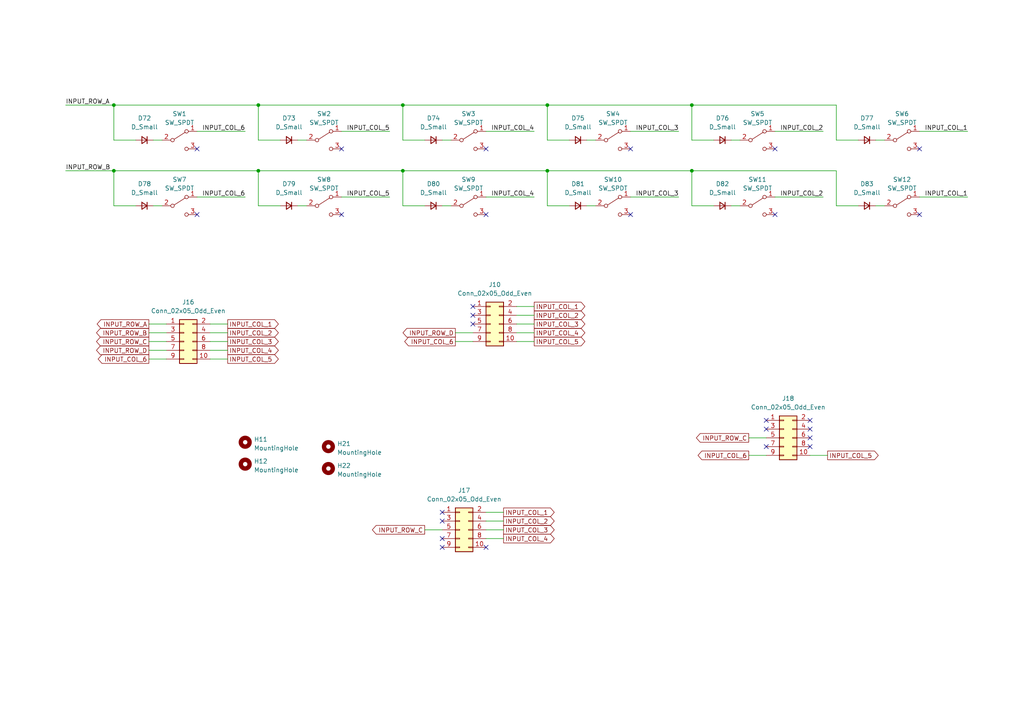
<source format=kicad_sch>
(kicad_sch (version 20211123) (generator eeschema)
  (paper "A4")
  (lib_symbols
    (symbol "Connector_Generic:Conn_02x05_Odd_Even" (pin_names (offset 1.016) hide)
      (property "Reference" "J" (at 1.27 7.62 0))
      (property "Value" "Conn_02x05_Odd_Even" (at 1.27 -7.62 0))
      (symbol "Conn_02x05_Odd_Even_1_1"
        (rectangle (start -1.27 -4.953) (end 0 -5.207) (stroke (width 0.1524)))
        (rectangle (start -1.27 -2.413) (end 0 -2.667) (stroke (width 0.1524)))
        (rectangle (start -1.27 0.127) (end 0 -0.127) (stroke (width 0.1524)))
        (rectangle (start -1.27 2.667) (end 0 2.413) (stroke (width 0.1524)))
        (rectangle (start -1.27 5.207) (end 0 4.953) (stroke (width 0.1524)))
        (rectangle (start -1.27 6.35) (end 3.81 -6.35) (stroke (width 0.254)) (fill (type background)))
        (rectangle (start 3.81 -4.953) (end 2.54 -5.207) (stroke (width 0.1524)))
        (rectangle (start 3.81 -2.413) (end 2.54 -2.667) (stroke (width 0.1524)))
        (rectangle (start 3.81 0.127) (end 2.54 -0.127) (stroke (width 0.1524)))
        (rectangle (start 3.81 2.667) (end 2.54 2.413) (stroke (width 0.1524)))
        (rectangle (start 3.81 5.207) (end 2.54 4.953) (stroke (width 0.1524)))
        (pin passive line (at -5.08 5.08 0) (length 3.81) (name "Pin_1") (number "1"))
        (pin passive line (at 7.62 -5.08 180) (length 3.81) (name "Pin_10") (number "10"))
        (pin passive line (at 7.62 5.08 180) (length 3.81) (name "Pin_2") (number "2"))
        (pin passive line (at -5.08 2.54 0) (length 3.81) (name "Pin_3") (number "3"))
        (pin passive line (at 7.62 2.54 180) (length 3.81) (name "Pin_4") (number "4"))
        (pin passive line (at -5.08 0 0) (length 3.81) (name "Pin_5") (number "5"))
        (pin passive line (at 7.62 0 180) (length 3.81) (name "Pin_6") (number "6"))
        (pin passive line (at -5.08 -2.54 0) (length 3.81) (name "Pin_7") (number "7"))
        (pin passive line (at 7.62 -2.54 180) (length 3.81) (name "Pin_8") (number "8"))
        (pin passive line (at -5.08 -5.08 0) (length 3.81) (name "Pin_9") (number "9"))
      )
    )
    (symbol "Device:D_Small" (pin_numbers hide) (pin_names (offset 0.254) hide)
      (property "Reference" "D" (at -1.27 2.032 0))
      (property "Value" "D_Small" (at -3.81 -2.032 0))
      (symbol "D_Small_0_1"
        (polyline (pts (xy -0.762 -1.016) (xy -0.762 1.016)) (stroke (width 0.254)))
        (polyline (pts (xy -0.762 0) (xy 0.762 0)))
        (polyline (pts (xy 0.762 -1.016) (xy -0.762 0) (xy 0.762 1.016) (xy 0.762 -1.016)) (stroke (width 0.254)))
      )
      (symbol "D_Small_1_1"
        (pin passive line (at -2.54 0 0) (length 1.778) (name "K") (number "1"))
        (pin passive line (at 2.54 0 180) (length 1.778) (name "A") (number "2"))
      )
    )
    (symbol "Mechanical:MountingHole" (pin_names (offset 1.016))
      (property "Reference" "H" (at 0 5.08 0))
      (property "Value" "MountingHole" (at 0 3.175 0))
      (symbol "MountingHole_0_1"
        (circle (center 0 0) (radius 1.27) (stroke (width 1.27)))
      )
    )
    (symbol "Switch:SW_SPDT" (pin_names (offset 0) hide)
      (property "Reference" "SW" (at 0 4.318 0))
      (property "Value" "SW_SPDT" (at 0 -5.08 0))
      (symbol "SW_SPDT_0_0"
        (circle (center -2.032 0) (radius 0.508))
        (circle (center 2.032 -2.54) (radius 0.508))
      )
      (symbol "SW_SPDT_0_1"
        (polyline (pts (xy -1.524 0.254) (xy 1.651 2.286)))
        (circle (center 2.032 2.54) (radius 0.508))
      )
      (symbol "SW_SPDT_1_1"
        (pin passive line (at 5.08 2.54 180) (length 2.54) (name "A") (number "1"))
        (pin passive line (at -5.08 0 0) (length 2.54) (name "B") (number "2"))
        (pin passive line (at 5.08 -2.54 180) (length 2.54) (name "C") (number "3"))
      )
    )
  )
  (junction (at 158.75 49.53))
  (junction (at 158.75 30.48))
  (junction (at 116.84 49.53))
  (junction (at 200.66 30.48))
  (junction (at 74.93 49.53))
  (junction (at 200.66 49.53))
  (junction (at 74.93 30.48))
  (junction (at 33.02 49.53))
  (junction (at 33.02 30.48))
  (junction (at 116.84 30.48))
  (no_connect (at 128.27 156.21))
  (no_connect (at 234.95 124.46))
  (no_connect (at 234.95 129.54))
  (no_connect (at 224.79 43.18))
  (no_connect (at 57.15 43.18))
  (no_connect (at 182.88 62.23))
  (no_connect (at 222.25 129.54))
  (no_connect (at 222.25 121.92))
  (no_connect (at 266.7 43.18))
  (no_connect (at 140.97 43.18))
  (no_connect (at 234.95 127))
  (no_connect (at 182.88 43.18))
  (no_connect (at 57.15 62.23))
  (no_connect (at 234.95 121.92))
  (no_connect (at 222.25 124.46))
  (no_connect (at 99.06 62.23))
  (no_connect (at 137.16 91.44))
  (no_connect (at 140.97 62.23))
  (no_connect (at 128.27 148.59))
  (no_connect (at 137.16 93.98))
  (no_connect (at 99.06 43.18))
  (no_connect (at 140.97 158.75))
  (no_connect (at 128.27 151.13))
  (no_connect (at 224.79 62.23))
  (no_connect (at 266.7 62.23))
  (no_connect (at 137.16 88.9))
  (no_connect (at 128.27 158.75))
  (wire (pts (xy 140.97 156.21) (xy 146.05 156.21)))
  (wire (pts (xy 254 40.64) (xy 256.54 40.64)))
  (wire (pts (xy 123.19 59.69) (xy 116.84 59.69)))
  (wire (pts (xy 43.18 93.98) (xy 48.26 93.98)))
  (wire (pts (xy 123.19 153.67) (xy 128.27 153.67)))
  (wire (pts (xy 149.86 99.06) (xy 154.94 99.06)))
  (wire (pts (xy 123.19 40.64) (xy 116.84 40.64)))
  (wire (pts (xy 140.97 153.67) (xy 146.05 153.67)))
  (wire (pts (xy 242.57 59.69) (xy 242.57 49.53)))
  (wire (pts (xy 19.05 49.53) (xy 33.02 49.53)))
  (wire (pts (xy 33.02 40.64) (xy 33.02 30.48)))
  (wire (pts (xy 60.96 93.98) (xy 66.04 93.98)))
  (wire (pts (xy 60.96 101.6) (xy 66.04 101.6)))
  (wire (pts (xy 149.86 88.9) (xy 154.94 88.9)))
  (wire (pts (xy 200.66 30.48) (xy 242.57 30.48)))
  (wire (pts (xy 149.86 96.52) (xy 154.94 96.52)))
  (wire (pts (xy 140.97 151.13) (xy 146.05 151.13)))
  (wire (pts (xy 74.93 40.64) (xy 74.93 30.48)))
  (wire (pts (xy 158.75 30.48) (xy 200.66 30.48)))
  (wire (pts (xy 39.37 59.69) (xy 33.02 59.69)))
  (wire (pts (xy 224.79 57.15) (xy 238.76 57.15)))
  (wire (pts (xy 170.18 59.69) (xy 172.72 59.69)))
  (wire (pts (xy 57.15 57.15) (xy 71.12 57.15)))
  (wire (pts (xy 44.45 40.64) (xy 46.99 40.64)))
  (wire (pts (xy 60.96 96.52) (xy 66.04 96.52)))
  (wire (pts (xy 165.1 59.69) (xy 158.75 59.69)))
  (wire (pts (xy 165.1 40.64) (xy 158.75 40.64)))
  (wire (pts (xy 86.36 40.64) (xy 88.9 40.64)))
  (wire (pts (xy 116.84 49.53) (xy 158.75 49.53)))
  (wire (pts (xy 48.26 104.14) (xy 43.18 104.14)))
  (wire (pts (xy 81.28 59.69) (xy 74.93 59.69)))
  (wire (pts (xy 149.86 91.44) (xy 154.94 91.44)))
  (wire (pts (xy 128.27 40.64) (xy 130.81 40.64)))
  (wire (pts (xy 86.36 59.69) (xy 88.9 59.69)))
  (wire (pts (xy 207.01 40.64) (xy 200.66 40.64)))
  (wire (pts (xy 149.86 93.98) (xy 154.94 93.98)))
  (wire (pts (xy 74.93 49.53) (xy 116.84 49.53)))
  (wire (pts (xy 74.93 30.48) (xy 116.84 30.48)))
  (wire (pts (xy 222.25 132.08) (xy 217.17 132.08)))
  (wire (pts (xy 39.37 40.64) (xy 33.02 40.64)))
  (wire (pts (xy 116.84 59.69) (xy 116.84 49.53)))
  (wire (pts (xy 217.17 127) (xy 222.25 127)))
  (wire (pts (xy 140.97 38.1) (xy 154.94 38.1)))
  (wire (pts (xy 234.95 132.08) (xy 240.03 132.08)))
  (wire (pts (xy 248.92 59.69) (xy 242.57 59.69)))
  (wire (pts (xy 137.16 99.06) (xy 132.08 99.06)))
  (wire (pts (xy 158.75 40.64) (xy 158.75 30.48)))
  (wire (pts (xy 182.88 57.15) (xy 196.85 57.15)))
  (wire (pts (xy 158.75 59.69) (xy 158.75 49.53)))
  (wire (pts (xy 57.15 38.1) (xy 71.12 38.1)))
  (wire (pts (xy 212.09 40.64) (xy 214.63 40.64)))
  (wire (pts (xy 33.02 59.69) (xy 33.02 49.53)))
  (wire (pts (xy 44.45 59.69) (xy 46.99 59.69)))
  (wire (pts (xy 116.84 40.64) (xy 116.84 30.48)))
  (wire (pts (xy 81.28 40.64) (xy 74.93 40.64)))
  (wire (pts (xy 43.18 99.06) (xy 48.26 99.06)))
  (wire (pts (xy 200.66 40.64) (xy 200.66 30.48)))
  (wire (pts (xy 248.92 40.64) (xy 242.57 40.64)))
  (wire (pts (xy 242.57 40.64) (xy 242.57 30.48)))
  (wire (pts (xy 43.18 96.52) (xy 48.26 96.52)))
  (wire (pts (xy 116.84 30.48) (xy 158.75 30.48)))
  (wire (pts (xy 182.88 38.1) (xy 196.85 38.1)))
  (wire (pts (xy 254 59.69) (xy 256.54 59.69)))
  (wire (pts (xy 33.02 49.53) (xy 74.93 49.53)))
  (wire (pts (xy 224.79 38.1) (xy 238.76 38.1)))
  (wire (pts (xy 200.66 59.69) (xy 200.66 49.53)))
  (wire (pts (xy 266.7 38.1) (xy 280.67 38.1)))
  (wire (pts (xy 99.06 38.1) (xy 113.03 38.1)))
  (wire (pts (xy 128.27 59.69) (xy 130.81 59.69)))
  (wire (pts (xy 200.66 49.53) (xy 242.57 49.53)))
  (wire (pts (xy 158.75 49.53) (xy 200.66 49.53)))
  (wire (pts (xy 74.93 59.69) (xy 74.93 49.53)))
  (wire (pts (xy 207.01 59.69) (xy 200.66 59.69)))
  (wire (pts (xy 60.96 99.06) (xy 66.04 99.06)))
  (wire (pts (xy 266.7 57.15) (xy 280.67 57.15)))
  (wire (pts (xy 170.18 40.64) (xy 172.72 40.64)))
  (wire (pts (xy 33.02 30.48) (xy 74.93 30.48)))
  (wire (pts (xy 60.96 104.14) (xy 66.04 104.14)))
  (wire (pts (xy 99.06 57.15) (xy 113.03 57.15)))
  (wire (pts (xy 212.09 59.69) (xy 214.63 59.69)))
  (wire (pts (xy 19.05 30.48) (xy 33.02 30.48)))
  (wire (pts (xy 43.18 101.6) (xy 48.26 101.6)))
  (wire (pts (xy 140.97 57.15) (xy 154.94 57.15)))
  (wire (pts (xy 132.08 96.52) (xy 137.16 96.52)))
  (wire (pts (xy 140.97 148.59) (xy 146.05 148.59)))
  (label "INPUT_ROW_B" (at 19.05 49.53 0))
  (label "INPUT_COL_1" (at 280.67 38.1 180))
  (label "INPUT_COL_3" (at 196.85 38.1 180))
  (label "INPUT_COL_5" (at 113.03 57.15 180))
  (label "INPUT_COL_2" (at 238.76 38.1 180))
  (label "INPUT_COL_6" (at 71.12 38.1 180))
  (label "INPUT_COL_6" (at 71.12 57.15 180))
  (label "INPUT_COL_3" (at 196.85 57.15 180))
  (label "INPUT_COL_4" (at 154.94 38.1 180))
  (label "INPUT_COL_2" (at 238.76 57.15 180))
  (label "INPUT_COL_1" (at 280.67 57.15 180))
  (label "INPUT_ROW_A" (at 19.05 30.48 0))
  (label "INPUT_COL_5" (at 113.03 38.1 180))
  (label "INPUT_COL_4" (at 154.94 57.15 180))
  (global_label "INPUT_COL_1" (shape output) (at 146.05 148.59 0) (property "Intersheet References" "${INTERSHEET_REFS}" (effects hide)))
  (global_label "INPUT_ROW_C" (shape output) (at 217.17 127 180) (property "Intersheet References" "${INTERSHEET_REFS}" (effects hide)))
  (global_label "INPUT_COL_1" (shape output) (at 66.04 93.98 0) (property "Intersheet References" "${INTERSHEET_REFS}" (effects hide)))
  (global_label "INPUT_ROW_B" (shape output) (at 43.18 96.52 180) (property "Intersheet References" "${INTERSHEET_REFS}" (effects hide)))
  (global_label "INPUT_COL_2" (shape output) (at 66.04 96.52 0) (property "Intersheet References" "${INTERSHEET_REFS}" (effects hide)))
  (global_label "INPUT_COL_5" (shape output) (at 240.03 132.08 0) (property "Intersheet References" "${INTERSHEET_REFS}" (effects hide)))
  (global_label "INPUT_COL_5" (shape output) (at 154.94 99.06 0) (property "Intersheet References" "${INTERSHEET_REFS}" (effects hide)))
  (global_label "INPUT_ROW_C" (shape output) (at 123.19 153.67 180) (property "Intersheet References" "${INTERSHEET_REFS}" (effects hide)))
  (global_label "INPUT_COL_6" (shape output) (at 43.18 104.14 180) (property "Intersheet References" "${INTERSHEET_REFS}" (effects hide)))
  (global_label "INPUT_COL_4" (shape output) (at 154.94 96.52 0) (property "Intersheet References" "${INTERSHEET_REFS}" (effects hide)))
  (global_label "INPUT_ROW_D" (shape output) (at 43.18 101.6 180) (property "Intersheet References" "${INTERSHEET_REFS}" (effects hide)))
  (global_label "INPUT_COL_5" (shape output) (at 66.04 104.14 0) (property "Intersheet References" "${INTERSHEET_REFS}" (effects hide)))
  (global_label "INPUT_COL_3" (shape output) (at 66.04 99.06 0) (property "Intersheet References" "${INTERSHEET_REFS}" (effects hide)))
  (global_label "INPUT_COL_3" (shape output) (at 154.94 93.98 0) (property "Intersheet References" "${INTERSHEET_REFS}" (effects hide)))
  (global_label "INPUT_COL_6" (shape output) (at 217.17 132.08 180) (property "Intersheet References" "${INTERSHEET_REFS}" (effects hide)))
  (global_label "INPUT_COL_4" (shape output) (at 66.04 101.6 0) (property "Intersheet References" "${INTERSHEET_REFS}" (effects hide)))
  (global_label "INPUT_COL_4" (shape output) (at 146.05 156.21 0) (property "Intersheet References" "${INTERSHEET_REFS}" (effects hide)))
  (global_label "INPUT_ROW_C" (shape output) (at 43.18 99.06 180) (property "Intersheet References" "${INTERSHEET_REFS}" (effects hide)))
  (global_label "INPUT_COL_1" (shape output) (at 154.94 88.9 0) (property "Intersheet References" "${INTERSHEET_REFS}" (effects hide)))
  (global_label "INPUT_COL_3" (shape output) (at 146.05 153.67 0) (property "Intersheet References" "${INTERSHEET_REFS}" (effects hide)))
  (global_label "INPUT_COL_2" (shape output) (at 146.05 151.13 0) (property "Intersheet References" "${INTERSHEET_REFS}" (effects hide)))
  (global_label "INPUT_COL_6" (shape output) (at 132.08 99.06 180) (property "Intersheet References" "${INTERSHEET_REFS}" (effects hide)))
  (global_label "INPUT_ROW_A" (shape output) (at 43.18 93.98 180) (property "Intersheet References" "${INTERSHEET_REFS}" (effects hide)))
  (global_label "INPUT_ROW_D" (shape output) (at 132.08 96.52 180) (property "Intersheet References" "${INTERSHEET_REFS}" (effects hide)))
  (global_label "INPUT_COL_2" (shape output) (at 154.94 91.44 0) (property "Intersheet References" "${INTERSHEET_REFS}" (effects hide)))
  (symbol (lib_id "Device:D_Small") (at 125.73 40.64 180) (unit 1)
    (property "Reference" "D74" (at 125.73 34.29 0))
    (property "Value" "D_Small" (at 125.73 36.83 0))
    (property "Footprint" "Diode_THT:D_DO-35_SOD27_P7.62mm_Horizontal" (effects hide))
  )
  (symbol (lib_id "Device:D_Small") (at 125.73 59.69 180) (unit 1)
    (property "Reference" "D80" (at 125.73 53.34 0))
    (property "Value" "D_Small" (at 125.73 55.88 0))
    (property "Footprint" "Diode_THT:D_DO-35_SOD27_P7.62mm_Horizontal" (effects hide))
  )
  (symbol (lib_id "Device:D_Small") (at 167.64 40.64 180) (unit 1)
    (property "Reference" "D75" (at 167.64 34.29 0))
    (property "Value" "D_Small" (at 167.64 36.83 0))
    (property "Footprint" "Diode_THT:D_DO-35_SOD27_P7.62mm_Horizontal" (effects hide))
  )
  (symbol (lib_id "Device:D_Small") (at 251.46 40.64 180) (unit 1)
    (property "Reference" "D77" (at 251.46 34.29 0))
    (property "Value" "D_Small" (at 251.46 36.83 0))
    (property "Footprint" "Diode_THT:D_DO-35_SOD27_P7.62mm_Horizontal" (effects hide))
  )
  (symbol (lib_id "Device:D_Small") (at 83.82 40.64 180) (unit 1)
    (property "Reference" "D73" (at 83.82 34.29 0))
    (property "Value" "D_Small" (at 83.82 36.83 0))
    (property "Footprint" "Diode_THT:D_DO-35_SOD27_P7.62mm_Horizontal" (effects hide))
  )
  (symbol (lib_id "Device:D_Small") (at 209.55 40.64 180) (unit 1)
    (property "Reference" "D76" (at 209.55 34.29 0))
    (property "Value" "D_Small" (at 209.55 36.83 0))
    (property "Footprint" "Diode_THT:D_DO-35_SOD27_P7.62mm_Horizontal" (effects hide))
  )
  (symbol (lib_id "Switch:SW_SPDT") (at 219.71 59.69 0) (unit 1)
    (property "Reference" "SW11" (at 219.71 52.07 0))
    (property "Value" "SW_SPDT" (at 219.71 54.61 0))
    (property "Footprint" "Fiozera:MTS-123" (effects hide))
  )
  (symbol (lib_id "Device:D_Small") (at 41.91 40.64 180) (unit 1)
    (property "Reference" "D72" (at 41.91 34.29 0))
    (property "Value" "D_Small" (at 41.91 36.83 0))
    (property "Footprint" "Diode_THT:D_DO-35_SOD27_P7.62mm_Horizontal" (effects hide))
  )
  (symbol (lib_id "Switch:SW_SPDT") (at 177.8 40.64 0) (unit 1)
    (property "Reference" "SW4" (at 177.8 33.02 0))
    (property "Value" "SW_SPDT" (at 177.8 35.56 0))
    (property "Footprint" "Fiozera:MTS-123" (effects hide))
  )
  (symbol (lib_id "Mechanical:MountingHole") (at 71.12 128.27 0) (unit 1)
    (property "Reference" "H11" (at 73.66 127.4353 0) (effects (justify left)))
    (property "Value" "MountingHole" (at 73.66 129.9722 0) (effects (justify left)))
    (property "Footprint" "MountingHole:MountingHole_3.2mm_M3" (effects hide))
  )
  (symbol (lib_id "Device:D_Small") (at 41.91 59.69 180) (unit 1)
    (property "Reference" "D78" (at 41.91 53.34 0))
    (property "Value" "D_Small" (at 41.91 55.88 0))
    (property "Footprint" "Diode_THT:D_DO-35_SOD27_P7.62mm_Horizontal" (effects hide))
  )
  (symbol (lib_id "Switch:SW_SPDT") (at 52.07 40.64 0) (unit 1)
    (property "Reference" "SW1" (at 52.07 33.02 0))
    (property "Value" "SW_SPDT" (at 52.07 35.56 0))
    (property "Footprint" "Fiozera:MTS-123" (effects hide))
  )
  (symbol (lib_id "Connector_Generic:Conn_02x05_Odd_Even") (at 227.33 127 0) (unit 1)
    (property "Reference" "J18" (at 228.6 115.57 0))
    (property "Value" "Conn_02x05_Odd_Even" (at 228.6 118.11 0))
    (property "Footprint" "Connector_PinHeader_2.54mm:PinHeader_2x05_P2.54mm_Vertical" (effects hide))
  )
  (symbol (lib_id "Switch:SW_SPDT") (at 177.8 59.69 0) (unit 1)
    (property "Reference" "SW10" (at 177.8 52.07 0))
    (property "Value" "SW_SPDT" (at 177.8 54.61 0))
    (property "Footprint" "Fiozera:MTS-123" (effects hide))
  )
  (symbol (lib_id "Switch:SW_SPDT") (at 219.71 40.64 0) (unit 1)
    (property "Reference" "SW5" (at 219.71 33.02 0))
    (property "Value" "SW_SPDT" (at 219.71 35.56 0))
    (property "Footprint" "Fiozera:MTS-123" (effects hide))
  )
  (symbol (lib_id "Mechanical:MountingHole") (at 95.25 135.89 0) (unit 1)
    (property "Reference" "H22" (at 97.79 135.0553 0) (effects (justify left)))
    (property "Value" "MountingHole" (at 97.79 137.5922 0) (effects (justify left)))
    (property "Footprint" "MountingHole:MountingHole_3.2mm_M3" (effects hide))
  )
  (symbol (lib_id "Switch:SW_SPDT") (at 93.98 59.69 0) (unit 1)
    (property "Reference" "SW8" (at 93.98 52.07 0))
    (property "Value" "SW_SPDT" (at 93.98 54.61 0))
    (property "Footprint" "Fiozera:MTS-123" (effects hide))
  )
  (symbol (lib_id "Connector_Generic:Conn_02x05_Odd_Even") (at 53.34 99.06 0) (unit 1)
    (property "Reference" "J16" (at 54.61 87.63 0))
    (property "Value" "Conn_02x05_Odd_Even" (at 54.61 90.17 0))
    (property "Footprint" "Connector_PinHeader_2.54mm:PinHeader_2x05_P2.54mm_Vertical" (effects hide))
  )
  (symbol (lib_id "Device:D_Small") (at 167.64 59.69 180) (unit 1)
    (property "Reference" "D81" (at 167.64 53.34 0))
    (property "Value" "D_Small" (at 167.64 55.88 0))
    (property "Footprint" "Diode_THT:D_DO-35_SOD27_P7.62mm_Horizontal" (effects hide))
  )
  (symbol (lib_id "Device:D_Small") (at 83.82 59.69 180) (unit 1)
    (property "Reference" "D79" (at 83.82 53.34 0))
    (property "Value" "D_Small" (at 83.82 55.88 0))
    (property "Footprint" "Diode_THT:D_DO-35_SOD27_P7.62mm_Horizontal" (effects hide))
  )
  (symbol (lib_id "Device:D_Small") (at 251.46 59.69 180) (unit 1)
    (property "Reference" "D83" (at 251.46 53.34 0))
    (property "Value" "D_Small" (at 251.46 55.88 0))
    (property "Footprint" "Diode_THT:D_DO-35_SOD27_P7.62mm_Horizontal" (effects hide))
  )
  (symbol (lib_id "Switch:SW_SPDT") (at 261.62 40.64 0) (unit 1)
    (property "Reference" "SW6" (at 261.62 33.02 0))
    (property "Value" "SW_SPDT" (at 261.62 35.56 0))
    (property "Footprint" "Fiozera:MTS-123" (effects hide))
  )
  (symbol (lib_id "Connector_Generic:Conn_02x05_Odd_Even") (at 142.24 93.98 0) (unit 1)
    (property "Reference" "J10" (at 143.51 82.55 0))
    (property "Value" "Conn_02x05_Odd_Even" (at 143.51 85.09 0))
    (property "Footprint" "Connector_PinHeader_2.54mm:PinHeader_2x05_P2.54mm_Vertical" (effects hide))
  )
  (symbol (lib_id "Connector_Generic:Conn_02x05_Odd_Even") (at 133.35 153.67 0) (unit 1)
    (property "Reference" "J17" (at 134.62 142.24 0))
    (property "Value" "Conn_02x05_Odd_Even" (at 134.62 144.78 0))
    (property "Footprint" "Connector_PinHeader_2.54mm:PinHeader_2x05_P2.54mm_Vertical" (effects hide))
  )
  (symbol (lib_id "Switch:SW_SPDT") (at 52.07 59.69 0) (unit 1)
    (property "Reference" "SW7" (at 52.07 52.07 0))
    (property "Value" "SW_SPDT" (at 52.07 54.61 0))
    (property "Footprint" "Fiozera:MTS-123" (effects hide))
  )
  (symbol (lib_id "Switch:SW_SPDT") (at 135.89 40.64 0) (unit 1)
    (property "Reference" "SW3" (at 135.89 33.02 0))
    (property "Value" "SW_SPDT" (at 135.89 35.56 0))
    (property "Footprint" "Fiozera:MTS-123" (effects hide))
  )
  (symbol (lib_id "Mechanical:MountingHole") (at 95.25 129.54 0) (unit 1)
    (property "Reference" "H21" (at 97.79 128.7053 0) (effects (justify left)))
    (property "Value" "MountingHole" (at 97.79 131.2422 0) (effects (justify left)))
    (property "Footprint" "MountingHole:MountingHole_3.2mm_M3" (effects hide))
  )
  (symbol (lib_id "Device:D_Small") (at 209.55 59.69 180) (unit 1)
    (property "Reference" "D82" (at 209.55 53.34 0))
    (property "Value" "D_Small" (at 209.55 55.88 0))
    (property "Footprint" "Diode_THT:D_DO-35_SOD27_P7.62mm_Horizontal" (effects hide))
  )
  (symbol (lib_id "Switch:SW_SPDT") (at 135.89 59.69 0) (unit 1)
    (property "Reference" "SW9" (at 135.89 52.07 0))
    (property "Value" "SW_SPDT" (at 135.89 54.61 0))
    (property "Footprint" "Fiozera:MTS-123" (effects hide))
  )
  (symbol (lib_id "Switch:SW_SPDT") (at 261.62 59.69 0) (unit 1)
    (property "Reference" "SW12" (at 261.62 52.07 0))
    (property "Value" "SW_SPDT" (at 261.62 54.61 0))
    (property "Footprint" "Fiozera:MTS-123" (effects hide))
  )
  (symbol (lib_id "Switch:SW_SPDT") (at 93.98 40.64 0) (unit 1)
    (property "Reference" "SW2" (at 93.98 33.02 0))
    (property "Value" "SW_SPDT" (at 93.98 35.56 0))
    (property "Footprint" "Fiozera:MTS-123" (effects hide))
  )
  (symbol (lib_id "Mechanical:MountingHole") (at 71.12 134.62 0) (unit 1)
    (property "Reference" "H12" (at 73.66 133.7853 0) (effects (justify left)))
    (property "Value" "MountingHole" (at 73.66 136.3222 0) (effects (justify left)))
    (property "Footprint" "MountingHole:MountingHole_3.2mm_M3" (effects hide))
  )
)
</source>
